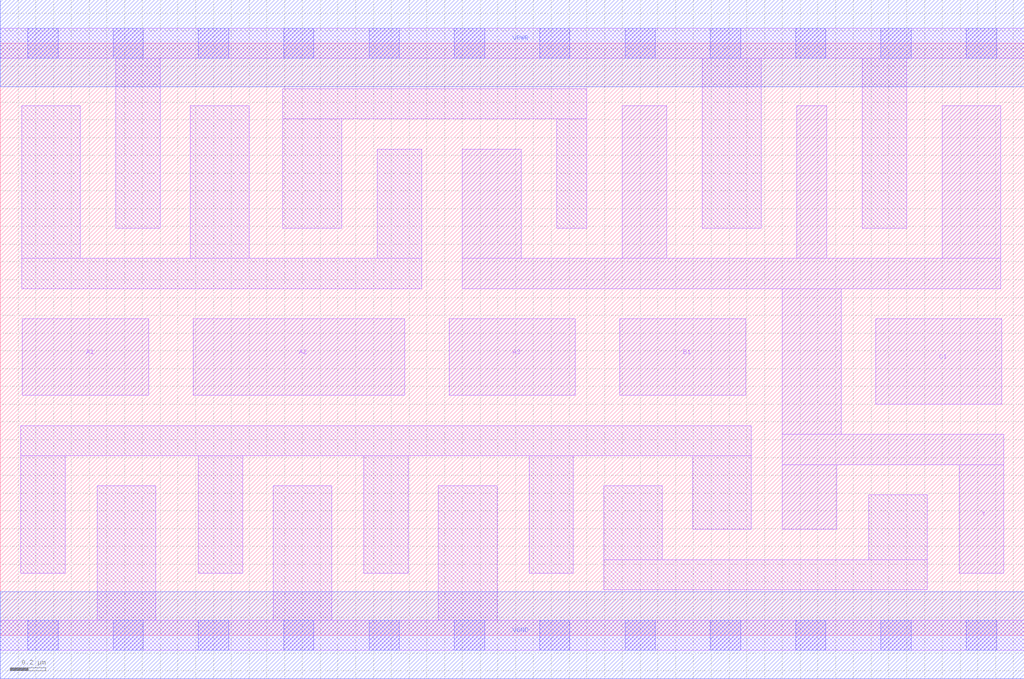
<source format=lef>
# Copyright 2020 The SkyWater PDK Authors
#
# Licensed under the Apache License, Version 2.0 (the "License");
# you may not use this file except in compliance with the License.
# You may obtain a copy of the License at
#
#     https://www.apache.org/licenses/LICENSE-2.0
#
# Unless required by applicable law or agreed to in writing, software
# distributed under the License is distributed on an "AS IS" BASIS,
# WITHOUT WARRANTIES OR CONDITIONS OF ANY KIND, either express or implied.
# See the License for the specific language governing permissions and
# limitations under the License.
#
# SPDX-License-Identifier: Apache-2.0

VERSION 5.7 ;
  NOWIREEXTENSIONATPIN ON ;
  DIVIDERCHAR "/" ;
  BUSBITCHARS "[]" ;
UNITS
  DATABASE MICRONS 200 ;
END UNITS
MACRO sky130_fd_sc_ms__o311ai_2
  CLASS CORE ;
  FOREIGN sky130_fd_sc_ms__o311ai_2 ;
  ORIGIN  0.000000  0.000000 ;
  SIZE  5.760000 BY  3.330000 ;
  SYMMETRY X Y ;
  SITE unit ;
  PIN A1
    ANTENNAGATEAREA  0.625200 ;
    DIRECTION INPUT ;
    USE SIGNAL ;
    PORT
      LAYER li1 ;
        RECT 0.125000 1.350000 0.835000 1.780000 ;
    END
  END A1
  PIN A2
    ANTENNAGATEAREA  0.625200 ;
    DIRECTION INPUT ;
    USE SIGNAL ;
    PORT
      LAYER li1 ;
        RECT 1.085000 1.350000 2.275000 1.780000 ;
    END
  END A2
  PIN A3
    ANTENNAGATEAREA  0.625200 ;
    DIRECTION INPUT ;
    USE SIGNAL ;
    PORT
      LAYER li1 ;
        RECT 2.525000 1.350000 3.235000 1.780000 ;
    END
  END A3
  PIN B1
    ANTENNAGATEAREA  0.625200 ;
    DIRECTION INPUT ;
    USE SIGNAL ;
    PORT
      LAYER li1 ;
        RECT 3.485000 1.350000 4.195000 1.780000 ;
    END
  END B1
  PIN C1
    ANTENNAGATEAREA  0.625200 ;
    DIRECTION INPUT ;
    USE SIGNAL ;
    PORT
      LAYER li1 ;
        RECT 4.925000 1.300000 5.635000 1.780000 ;
    END
  END C1
  PIN Y
    ANTENNADIFFAREA  1.653800 ;
    DIRECTION OUTPUT ;
    USE SIGNAL ;
    PORT
      LAYER li1 ;
        RECT 2.600000 1.950000 5.630000 2.120000 ;
        RECT 2.600000 2.120000 2.930000 2.735000 ;
        RECT 3.500000 2.120000 3.750000 2.980000 ;
        RECT 4.400000 0.595000 4.705000 0.960000 ;
        RECT 4.400000 0.960000 5.645000 1.130000 ;
        RECT 4.400000 1.130000 4.730000 1.950000 ;
        RECT 4.480000 2.120000 4.650000 2.980000 ;
        RECT 5.300000 2.120000 5.630000 2.980000 ;
        RECT 5.395000 0.350000 5.645000 0.960000 ;
    END
  END Y
  PIN VGND
    DIRECTION INOUT ;
    USE GROUND ;
    PORT
      LAYER met1 ;
        RECT 0.000000 -0.245000 5.760000 0.245000 ;
    END
  END VGND
  PIN VPWR
    DIRECTION INOUT ;
    USE POWER ;
    PORT
      LAYER met1 ;
        RECT 0.000000 3.085000 5.760000 3.575000 ;
    END
  END VPWR
  OBS
    LAYER li1 ;
      RECT 0.000000 -0.085000 5.760000 0.085000 ;
      RECT 0.000000  3.245000 5.760000 3.415000 ;
      RECT 0.115000  0.350000 0.365000 1.010000 ;
      RECT 0.115000  1.010000 4.225000 1.180000 ;
      RECT 0.120000  1.950000 2.370000 2.120000 ;
      RECT 0.120000  2.120000 0.450000 2.980000 ;
      RECT 0.545000  0.085000 0.875000 0.840000 ;
      RECT 0.650000  2.290000 0.900000 3.245000 ;
      RECT 1.070000  2.120000 1.400000 2.980000 ;
      RECT 1.115000  0.350000 1.365000 1.010000 ;
      RECT 1.535000  0.085000 1.865000 0.840000 ;
      RECT 1.590000  2.290000 1.920000 2.905000 ;
      RECT 1.590000  2.905000 3.300000 3.075000 ;
      RECT 2.045000  0.350000 2.295000 1.010000 ;
      RECT 2.120000  2.120000 2.370000 2.735000 ;
      RECT 2.465000  0.085000 2.795000 0.840000 ;
      RECT 2.975000  0.350000 3.225000 1.010000 ;
      RECT 3.130000  2.290000 3.300000 2.905000 ;
      RECT 3.395000  0.255000 5.215000 0.425000 ;
      RECT 3.395000  0.425000 3.725000 0.840000 ;
      RECT 3.895000  0.595000 4.225000 1.010000 ;
      RECT 3.950000  2.290000 4.280000 3.245000 ;
      RECT 4.850000  2.290000 5.100000 3.245000 ;
      RECT 4.885000  0.425000 5.215000 0.790000 ;
    LAYER mcon ;
      RECT 0.155000 -0.085000 0.325000 0.085000 ;
      RECT 0.155000  3.245000 0.325000 3.415000 ;
      RECT 0.635000 -0.085000 0.805000 0.085000 ;
      RECT 0.635000  3.245000 0.805000 3.415000 ;
      RECT 1.115000 -0.085000 1.285000 0.085000 ;
      RECT 1.115000  3.245000 1.285000 3.415000 ;
      RECT 1.595000 -0.085000 1.765000 0.085000 ;
      RECT 1.595000  3.245000 1.765000 3.415000 ;
      RECT 2.075000 -0.085000 2.245000 0.085000 ;
      RECT 2.075000  3.245000 2.245000 3.415000 ;
      RECT 2.555000 -0.085000 2.725000 0.085000 ;
      RECT 2.555000  3.245000 2.725000 3.415000 ;
      RECT 3.035000 -0.085000 3.205000 0.085000 ;
      RECT 3.035000  3.245000 3.205000 3.415000 ;
      RECT 3.515000 -0.085000 3.685000 0.085000 ;
      RECT 3.515000  3.245000 3.685000 3.415000 ;
      RECT 3.995000 -0.085000 4.165000 0.085000 ;
      RECT 3.995000  3.245000 4.165000 3.415000 ;
      RECT 4.475000 -0.085000 4.645000 0.085000 ;
      RECT 4.475000  3.245000 4.645000 3.415000 ;
      RECT 4.955000 -0.085000 5.125000 0.085000 ;
      RECT 4.955000  3.245000 5.125000 3.415000 ;
      RECT 5.435000 -0.085000 5.605000 0.085000 ;
      RECT 5.435000  3.245000 5.605000 3.415000 ;
  END
END sky130_fd_sc_ms__o311ai_2
END LIBRARY

</source>
